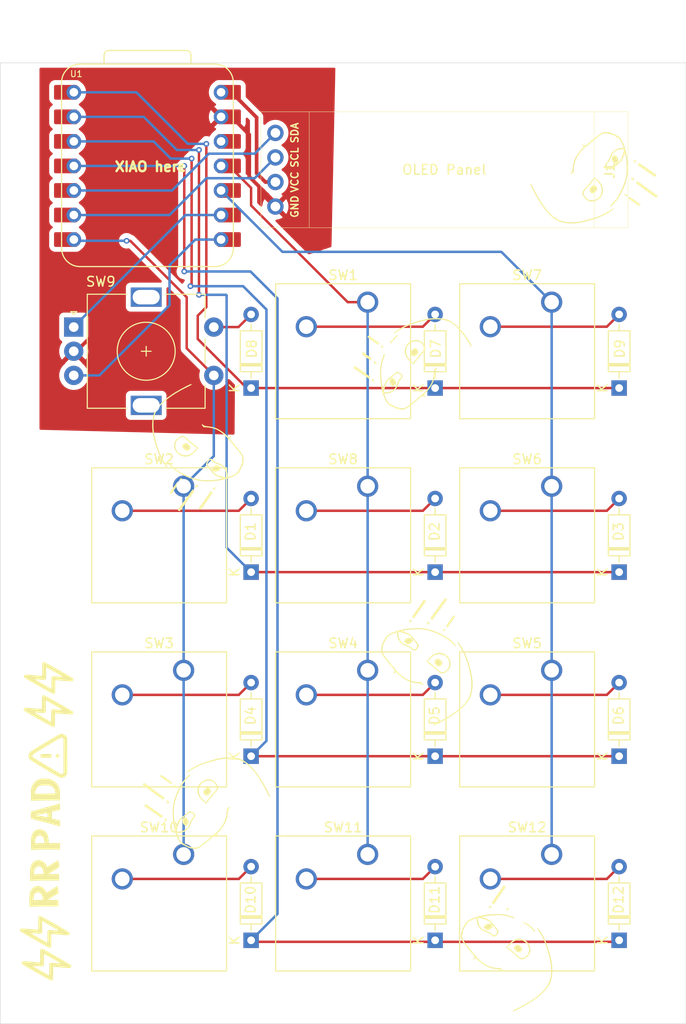
<source format=kicad_pcb>
(kicad_pcb (version 20240108) (generator "pcbnew") (generator_version "8.0")
  (layers (0 "F.Cu" signal) (31 "B.Cu" signal) (34 "B.Paste" user) (35 "F.Paste" user) (36 "B.SilkS" user "B.Silkscreen") (37 "F.SilkS" user "F.Silkscreen") (38 "B.Mask" user) (39 "F.Mask" user) (44 "Edge.Cuts" user))
  (net 0 "")
  (net 1 "Net-(D1-A)")
  (net 2 "R1")
  (net 3 "Net-(D2-A)")
  (net 4 "Net-(D3-A)")
  (net 5 "Net-(D4-A)")
  (net 6 "R2")
  (net 7 "Net-(D5-A)")
  (net 8 "Net-(D6-A)")
  (net 9 "Net-(D7-A)")
  (net 10 "R0")
  (net 11 "SWA")
  (net 12 "Net-(D9-A)")
  (net 13 "R3")
  (net 14 "Net-(D10-A)")
  (net 15 "Net-(D11-A)")
  (net 16 "Net-(D12-A)")
  (net 17 "SCL")
  (net 18 "GND")
  (net 19 "SDA")
  (net 20 "C1")
  (net 21 "C0")
  (net 22 "C2")
  (net 23 "EC11B")
  (net 24 "EC11A")
  (net 26 "+5V")
  (footprint "LOGO" (layer "F.Cu") (at 184.598163 5.175164 -90)
    (property "Reference" "G***" (hide yes))
    (property "Value" "LOGO" (hide yes))
  )
  (footprint "Button_Switch_Keyboard:SW_Cherry_MX_1.00u_PCB" (layer "F.Cu") (at 143.8275 74.295)
    (property "Reference" "SW3" (at -2.54 -2.794 0) (layer "F.SilkS"))
    (property "Value" "SW_Push")
    (pad "" np_thru_hole circle (at -7.62 5.08) (size 1.7 1.7) (drill 1.7) (layers "*.Cu" "*.Mask"))
    (pad "" np_thru_hole circle (at -2.54 5.08) (size 4 4) (drill 4) (layers "*.Cu" "*.Mask"))
    (pad "" np_thru_hole circle (at 2.54 5.08) (size 1.7 1.7) (drill 1.7) (layers "*.Cu" "*.Mask"))
    (pad "1" thru_hole circle (at 0 0) (size 2.2 2.2) (drill 1.5) (layers "*.Cu" "*.Mask") (net 21 "C0"))
    (pad "2" thru_hole circle (at -6.35 2.54) (size 2.2 2.2) (drill 1.5) (layers "*.Cu" "*.Mask") (net 5 "Net-(D4-A)"))
  )
  (footprint "Rotary_Encoder:RotaryEncoder_Alps_EC11E-Switch_Vertical_H20mm" (layer "F.Cu") (at 132.45 38.775)
    (property "Reference" "SW9" (at 2.8 -4.7 0) (layer "F.SilkS"))
    (property "Value" "RotaryEncoder_Switch")
    (pad "A" thru_hole rect (at 0 0) (size 2 2) (drill 1) (layers "*.Cu" "*.Mask") (net 24 "EC11A"))
    (pad "B" thru_hole circle (at 0 5) (size 2 2) (drill 1) (layers "*.Cu" "*.Mask") (net 23 "EC11B"))
    (pad "C" thru_hole circle (at 0 2.5) (size 2 2) (drill 1) (layers "*.Cu" "*.Mask") (net 18 "GND"))
    (pad "MP" thru_hole rect (at 7.5 -3.1) (size 3.2 2) (drill oval 2.8 1.5) (layers "*.Cu" "*.Mask"))
    (pad "MP" thru_hole rect (at 7.5 8.1) (size 3.2 2) (drill oval 2.8 1.5) (layers "*.Cu" "*.Mask"))
    (pad "S1" thru_hole circle (at 14.5 5) (size 2 2) (drill 1) (layers "*.Cu" "*.Mask") (net 21 "C0"))
    (pad "S2" thru_hole circle (at 14.5 0) (size 2 2) (drill 1) (layers "*.Cu" "*.Mask") (net 11 "SWA"))
  )
  (footprint "Diode_THT:D_DO-35_SOD27_P7.62mm_Horizontal" (layer "F.Cu") (at 188.9125 102.235 90)
    (property "Reference" "D12" (at 4.191 -0.0635 90) (layer "F.SilkS"))
    (property "Value" "D")
    (fp_text user "K" (at 0 -1.7145 90) (layer "F.SilkS"))
    (pad "1" thru_hole rect (at 0 0 90) (size 1.6 1.6) (drill 0.8) (layers "*.Cu" "*.Mask") (net 13 "R3"))
    (pad "2" thru_hole oval (at 7.62 0 90) (size 1.6 1.6) (drill 0.8) (layers "*.Cu" "*.Mask") (net 16 "Net-(D12-A)"))
  )
  (footprint "LOGO" (layer "F.Cu") (at 130.048 85.217 90)
    (property "Reference" "G***" (hide yes))
    (property "Value" "LOGO" (hide yes))
  )
  (footprint "Diode_THT:D_DO-35_SOD27_P7.62mm_Horizontal" (layer "F.Cu") (at 169.8625 64.135 90)
    (property "Reference" "D2" (at 4.191 -0.0635 90) (layer "F.SilkS"))
    (property "Value" "D")
    (fp_text user "K" (at 0 -1.7145 90) (layer "F.SilkS"))
    (pad "1" thru_hole rect (at 0 0 90) (size 1.6 1.6) (drill 0.8) (layers "*.Cu" "*.Mask") (net 2 "R1"))
    (pad "2" thru_hole oval (at 7.62 0 90) (size 1.6 1.6) (drill 0.8) (layers "*.Cu" "*.Mask") (net 3 "Net-(D2-A)"))
  )
  (footprint "Diode_THT:D_DO-35_SOD27_P7.62mm_Horizontal" (layer "F.Cu") (at 169.8625 83.185 90)
    (property "Reference" "D5" (at 4.191 -0.0635 90) (layer "F.SilkS"))
    (property "Value" "D")
    (fp_text user "K" (at 0 -1.7145 90) (layer "F.SilkS"))
    (pad "1" thru_hole rect (at 0 0 90) (size 1.6 1.6) (drill 0.8) (layers "*.Cu" "*.Mask") (net 6 "R2"))
    (pad "2" thru_hole oval (at 7.62 0 90) (size 1.6 1.6) (drill 0.8) (layers "*.Cu" "*.Mask") (net 7 "Net-(D5-A)"))
  )
  (footprint "LOGO" (layer "F.Cu") (at 163.449 49.53 180)
    (property "Reference" "G***" (hide yes))
    (property "Value" "LOGO" (hide yes))
  )
  (footprint "Button_Switch_Keyboard:SW_Cherry_MX_1.00u_PCB" (layer "F.Cu") (at 181.9275 55.245)
    (property "Reference" "SW6" (at -2.54 -2.794 0) (layer "F.SilkS"))
    (property "Value" "SW_Push")
    (pad "" np_thru_hole circle (at -7.62 5.08) (size 1.7 1.7) (drill 1.7) (layers "*.Cu" "*.Mask"))
    (pad "" np_thru_hole circle (at -2.54 5.08) (size 4 4) (drill 4) (layers "*.Cu" "*.Mask"))
    (pad "" np_thru_hole circle (at 2.54 5.08) (size 1.7 1.7) (drill 1.7) (layers "*.Cu" "*.Mask"))
    (pad "1" thru_hole circle (at 0 0) (size 2.2 2.2) (drill 1.5) (layers "*.Cu" "*.Mask") (net 22 "C2"))
    (pad "2" thru_hole circle (at -6.35 2.54) (size 2.2 2.2) (drill 1.5) (layers "*.Cu" "*.Mask") (net 4 "Net-(D3-A)"))
  )
  (footprint "OPL:XIAO-RP2040-DIP" (layer "F.Cu") (at 140.081 22.098)
    (property "Reference" "U1" (at -7.366 -9.525 0) (layer "F.SilkS") (effects (font (size 0.635 0.635) (thickness 0.1016))))
    (property "Value" "XIAO-RP2040-DIP")
    (fp_text user "XIAO here" (at -3.51 0.67 0) (layer "F.SilkS") (effects (font (thickness 0.25) (bold yes)) (justify left bottom)))
    (pad "1" smd roundrect (at -8.455 -7.62 180) (size 2.432 1.524) (layers "F.Cu" "F.Mask") (roundrect_rratio 0.1) (net 10 "R0"))
    (pad "1" thru_hole circle (at -7.62 -7.62 180) (size 1.524 1.524) (drill 0.889) (layers "*.Cu" "*.Mask") (net 10 "R0"))
    (pad "2" smd roundrect (at -8.455 -5.08 180) (size 2.432 1.524) (layers "F.Cu" "F.Mask") (roundrect_rratio 0.1) (net 2 "R1"))
    (pad "2" thru_hole circle (at -7.62 -5.08 180) (size 1.524 1.524) (drill 0.889) (layers "*.Cu" "*.Mask") (net 2 "R1"))
    (pad "3" smd roundrect (at -8.455 -2.54 180) (size 2.432 1.524) (layers "F.Cu" "F.Mask") (roundrect_rratio 0.1) (net 6 "R2"))
    (pad "3" thru_hole circle (at -7.62 -2.54 180) (size 1.524 1.524) (drill 0.889) (layers "*.Cu" "*.Mask") (net 6 "R2"))
    (pad "4" smd roundrect (at -8.455 0 180) (size 2.432 1.524) (layers "F.Cu" "F.Mask") (roundrect_rratio 0.1) (net 13 "R3"))
    (pad "4" thru_hole circle (at -7.62 0 180) (size 1.524 1.524) (drill 0.889) (layers "*.Cu" "*.Mask") (net 13 "R3"))
    (pad "5" smd roundrect (at -8.455 2.54 180) (size 2.432 1.524) (layers "F.Cu" "F.Mask") (roundrect_rratio 0.1) (net 19 "SDA"))
    (pad "5" thru_hole circle (at -7.62 2.54 180) (size 1.524 1.524) (drill 0.889) (layers "*.Cu" "*.Mask") (net 19 "SDA"))
    (pad "6" smd roundrect (at -8.455 5.08 180) (size 2.432 1.524) (layers "F.Cu" "F.Mask") (roundrect_rratio 0.1) (net 17 "SCL"))
    (pad "6" thru_hole circle (at -7.62 5.08 180) (size 1.524 1.524) (drill 0.889) (layers "*.Cu" "*.Mask") (net 17 "SCL"))
    (pad "7" smd roundrect (at -8.455 7.62 180) (size 2.432 1.524) (layers "F.Cu" "F.Mask") (roundrect_rratio 0.1) (net 21 "C0"))
    (pad "7" thru_hole circle (at -7.62 7.62 180) (size 1.524 1.524) (drill 0.889) (layers "*.Cu" "*.Mask") (net 21 "C0"))
    (pad "8" thru_hole circle (at 7.62 7.62) (size 1.524 1.524) (drill 0.889) (layers "*.Cu" "*.Mask") (net 23 "EC11B"))
    (pad "8" smd roundrect (at 8.455 7.62) (size 2.432 1.524) (layers "F.Cu" "F.Mask") (roundrect_rratio 0.1) (net 23 "EC11B"))
    (pad "9" thru_hole circle (at 7.62 5.08) (size 1.524 1.524) (drill 0.889) (layers "*.Cu" "*.Mask") (net 24 "EC11A"))
    (pad "9" smd roundrect (at 8.455 5.08) (size 2.432 1.524) (layers "F.Cu" "F.Mask") (roundrect_rratio 0.1) (net 24 "EC11A"))
    (pad "10" thru_hole circle (at 7.62 2.54) (size 1.524 1.524) (drill 0.889) (layers "*.Cu" "*.Mask") (net 22 "C2"))
    (pad "10" smd roundrect (at 8.455 2.54) (size 2.432 1.524) (layers "F.Cu" "F.Mask") (roundrect_rratio 0.1) (net 22 "C2"))
    (pad "11" thru_hole circle (at 7.62 0) (size 1.524 1.524) (drill 0.889) (layers "*.Cu" "*.Mask") (net 20 "C1"))
    (pad "11" smd roundrect (at 8.455 0) (size 2.432 1.524) (layers "F.Cu" "F.Mask") (roundrect_rratio 0.1) (net 20 "C1"))
    (pad "12" thru_hole circle (at 7.62 -2.54) (size 1.524 1.524) (drill 0.889) (layers "*.Cu" "*.Mask"))
    (pad "12" smd roundrect (at 8.455 -2.54) (size 2.432 1.524) (layers "F.Cu" "F.Mask") (roundrect_rratio 0.1))
    (pad "13" thru_hole circle (at 7.62 -5.08) (size 1.524 1.524) (drill 0.889) (layers "*.Cu" "*.Mask") (net 18 "GND"))
    (pad "13" smd roundrect (at 8.455 -5.08) (size 2.432 1.524) (layers "F.Cu" "F.Mask") (roundrect_rratio 0.1) (net 18 "GND"))
    (pad "14" thru_hole circle (at 7.62 -7.62) (size 1.524 1.524) (drill 0.889) (layers "*.Cu" "*.Mask") (net 26 "+5V"))
    (pad "14" smd roundrect (at 8.455 -7.62) (size 2.432 1.524) (layers "F.Cu" "F.Mask") (roundrect_rratio 0.1) (net 26 "+5V"))
  )
  (footprint "Button_Switch_Keyboard:SW_Cherry_MX_1.00u_PCB" (layer "F.Cu") (at 181.9275 93.345)
    (property "Reference" "SW12" (at -2.54 -2.794 0) (layer "F.SilkS"))
    (property "Value" "SW_Push")
    (pad "" np_thru_hole circle (at -7.62 5.08) (size 1.7 1.7) (drill 1.7) (layers "*.Cu" "*.Mask"))
    (pad "" np_thru_hole circle (at -2.54 5.08) (size 4 4) (drill 4) (layers "*.Cu" "*.Mask"))
    (pad "" np_thru_hole circle (at 2.54 5.08) (size 1.7 1.7) (drill 1.7) (layers "*.Cu" "*.Mask"))
    (pad "1" thru_hole circle (at 0 0) (size 2.2 2.2) (drill 1.5) (layers "*.Cu" "*.Mask") (net 22 "C2"))
    (pad "2" thru_hole circle (at -6.35 2.54) (size 2.2 2.2) (drill 1.5) (layers "*.Cu" "*.Mask") (net 16 "Net-(D12-A)"))
  )
  (footprint "Diode_THT:D_DO-35_SOD27_P7.62mm_Horizontal" (layer "F.Cu") (at 150.8125 83.185 90)
    (property "Reference" "D4" (at 4.191 -0.0635 90) (layer "F.SilkS"))
    (property "Value" "D")
    (fp_text user "K" (at 0 -1.7145 90) (layer "F.SilkS"))
    (pad "1" thru_hole rect (at 0 0 90) (size 1.6 1.6) (drill 0.8) (layers "*.Cu" "*.Mask") (net 6 "R2"))
    (pad "2" thru_hole oval (at 7.62 0 90) (size 1.6 1.6) (drill 0.8) (layers "*.Cu" "*.Mask") (net 5 "Net-(D4-A)"))
  )
  (footprint "Button_Switch_Keyboard:SW_Cherry_MX_1.00u_PCB" (layer "F.Cu") (at 181.9275 74.295)
    (property "Reference" "SW5" (at -2.54 -2.794 0) (layer "F.SilkS"))
    (property "Value" "SW_Push")
    (pad "" np_thru_hole circle (at -7.62 5.08) (size 1.7 1.7) (drill 1.7) (layers "*.Cu" "*.Mask"))
    (pad "" np_thru_hole circle (at -2.54 5.08) (size 4 4) (drill 4) (layers "*.Cu" "*.Mask"))
    (pad "" np_thru_hole circle (at 2.54 5.08) (size 1.7 1.7) (drill 1.7) (layers "*.Cu" "*.Mask"))
    (pad "1" thru_hole circle (at 0 0) (size 2.2 2.2) (drill 1.5) (layers "*.Cu" "*.Mask") (net 22 "C2"))
    (pad "2" thru_hole circle (at -6.35 2.54) (size 2.2 2.2) (drill 1.5) (layers "*.Cu" "*.Mask") (net 8 "Net-(D6-A)"))
  )
  (footprint "LOGO" (layer "F.Cu") (at 150.863164 75.134837)
    (property "Reference" "G***" (hide yes))
    (property "Value" "LOGO" (hide yes))
  )
  (footprint "Button_Switch_Keyboard:SW_Cherry_MX_1.00u_PCB" (layer "F.Cu") (at 162.8775 93.345)
    (property "Reference" "SW11" (at -2.54 -2.794 0) (layer "F.SilkS"))
    (property "Value" "SW_Push")
    (pad "" np_thru_hole circle (at -7.62 5.08) (size 1.7 1.7) (drill 1.7) (layers "*.Cu" "*.Mask"))
    (pad "" np_thru_hole circle (at -2.54 5.08) (size 4 4) (drill 4) (layers "*.Cu" "*.Mask"))
    (pad "" np_thru_hole circle (at 2.54 5.08) (size 1.7 1.7) (drill 1.7) (layers "*.Cu" "*.Mask"))
    (pad "1" thru_hole circle (at 0 0) (size 2.2 2.2) (drill 1.5) (layers "*.Cu" "*.Mask") (net 20 "C1"))
    (pad "2" thru_hole circle (at -6.35 2.54) (size 2.2 2.2) (drill 1.5) (layers "*.Cu" "*.Mask") (net 15 "Net-(D11-A)"))
  )
  (footprint "Diode_THT:D_DO-35_SOD27_P7.62mm_Horizontal" (layer "F.Cu") (at 150.8125 45.085 90)
    (property "Reference" "D8" (at 4.064 0.0635 90) (layer "F.SilkS"))
    (property "Value" "D")
    (fp_text user "K" (at 0 -1.7145 90) (layer "F.SilkS"))
    (pad "1" thru_hole rect (at 0 0 90) (size 1.6 1.6) (drill 0.8) (layers "*.Cu" "*.Mask") (net 10 "R0"))
    (pad "2" thru_hole oval (at 7.62 0 90) (size 1.6 1.6) (drill 0.8) (layers "*.Cu" "*.Mask") (net 11 "SWA"))
  )
  (footprint "Diode_THT:D_DO-35_SOD27_P7.62mm_Horizontal" (layer "F.Cu") (at 188.9125 45.085 90)
    (property "Reference" "D9" (at 4.064 0.0635 90) (layer "F.SilkS"))
    (property "Value" "D")
    (fp_text user "K" (at 0 -1.7145 90) (layer "F.SilkS"))
    (pad "1" thru_hole rect (at 0 0 90) (size 1.6 1.6) (drill 0.8) (layers "*.Cu" "*.Mask") (net 10 "R0"))
    (pad "2" thru_hole oval (at 7.62 0 90) (size 1.6 1.6) (drill 0.8) (layers "*.Cu" "*.Mask") (net 12 "Net-(D9-A)"))
  )
  (footprint "Diode_THT:D_DO-35_SOD27_P7.62mm_Horizontal" (layer "F.Cu") (at 150.8125 64.135 90)
    (property "Reference" "D1" (at 4.191 -0.0635 90) (layer "F.SilkS"))
    (property "Value" "D")
    (fp_text user "K" (at 0 -1.7145 90) (layer "F.SilkS"))
    (pad "1" thru_hole rect (at 0 0 90) (size 1.6 1.6) (drill 0.8) (layers "*.Cu" "*.Mask") (net 2 "R1"))
    (pad "2" thru_hole oval (at 7.62 0 90) (size 1.6 1.6) (drill 0.8) (layers "*.Cu" "*.Mask") (net 1 "Net-(D1-A)"))
  )
  (footprint "LOGO" (layer "F.Cu") (at 159.118164 104.725838)
    (property "Reference" "G***" (hide yes))
    (property "Value" "LOGO" (hide yes))
  )
  (footprint "LOGO" (layer "F.Cu") (at 147.905838 106.184836 90)
    (property "Reference" "G***" (hide yes))
    (property "Value" "LOGO" (hide yes))
  )
  (footprint "Diode_THT:D_DO-35_SOD27_P7.62mm_Horizontal" (layer "F.Cu") (at 188.9125 83.185 90)
    (property "Reference" "D6" (at 4.191 -0.0635 90) (layer "F.SilkS"))
    (property "Value" "D")
    (fp_text user "K" (at 0 -1.7145 90) (layer "F.SilkS"))
    (pad "1" thru_hole rect (at 0 0 90) (size 1.6 1.6) (drill 0.8) (layers "*.Cu" "*.Mask") (net 6 "R2"))
    (pad "2" thru_hole oval (at 7.62 0 90) (size 1.6 1.6) (drill 0.8) (layers "*.Cu" "*.Mask") (net 8 "Net-(D6-A)"))
  )
  (footprint "Button_Switch_Keyboard:SW_Cherry_MX_1.00u_PCB" (layer "F.Cu") (at 162.8775 36.195)
    (property "Reference" "SW1" (at -2.54 -2.794 0) (layer "F.SilkS"))
    (property "Value" "SW_Push")
    (pad "" np_thru_hole circle (at -7.62 5.08) (size 1.7 1.7) (drill 1.7) (layers "*.Cu" "*.Mask"))
    (pad "" np_thru_hole circle (at -2.54 5.08) (size 4 4) (drill 4) (layers "*.Cu" "*.Mask"))
    (pad "" np_thru_hole circle (at 2.54 5.08) (size 1.7 1.7) (drill 1.7) (layers "*.Cu" "*.Mask"))
    (pad "1" thru_hole circle (at 0 0) (size 2.2 2.2) (drill 1.5) (layers "*.Cu" "*.Mask") (net 20 "C1"))
    (pad "2" thru_hole circle (at -6.35 2.54) (size 2.2 2.2) (drill 1.5) (layers "*.Cu" "*.Mask") (net 9 "Net-(D7-A)"))
  )
  (footprint "Button_Switch_Keyboard:SW_Cherry_MX_1.00u_PCB" (layer "F.Cu") (at 143.8275 55.245)
    (property "Reference" "SW2" (at -2.54 -2.794 0) (layer "F.SilkS"))
    (property "Value" "SW_Push")
    (pad "" np_thru_hole circle (at -7.62 5.08) (size 1.7 1.7) (drill 1.7) (layers "*.Cu" "*.Mask"))
    (pad "" np_thru_hole circle (at -2.54 5.08) (size 4 4) (drill 4) (layers "*.Cu" "*.Mask"))
    (pad "" np_thru_hole circle (at 2.54 5.08) (size 1.7 1.7) (drill 1.7) (layers "*.Cu" "*.Mask"))
    (pad "1" thru_hole circle (at 0 0) (size 2.2 2.2) (drill 1.5) (layers "*.Cu" "*.Mask") (net 21 "C0"))
    (pad "2" thru_hole circle (at -6.35 2.54) (size 2.2 2.2) (drill 1.5) (layers "*.Cu" "*.Mask") (net 1 "Net-(D1-A)"))
  )
  (footprint "Diode_THT:D_DO-35_SOD27_P7.62mm_Horizontal" (layer "F.Cu") (at 188.9125 64.135 90)
    (property "Reference" "D3" (at 4.191 -0.0635 90) (layer "F.SilkS"))
    (property "Value" "D")
    (fp_text user "K" (at 0 -1.7145 90) (layer "F.SilkS"))
    (pad "1" thru_hole rect (at 0 0 90) (size 1.6 1.6) (drill 0.8) (layers "*.Cu" "*.Mask") (net 2 "R1"))
    (pad "2" thru_hole oval (at 7.62 0 90) (size 1.6 1.6) (drill 0.8) (layers "*.Cu" "*.Mask") (net 4 "Net-(D3-A)"))
  )
  (footprint "Button_Switch_Keyboard:SW_Cherry_MX_1.00u_PCB" (layer "F.Cu") (at 181.9275 36.195)
    (property "Reference" "SW7" (at -2.54 -2.794 0) (layer "F.SilkS"))
    (property "Value" "SW_Push")
    (pad "" np_thru_hole circle (at -7.62 5.08) (size 1.7 1.7) (drill 1.7) (layers "*.Cu" "*.Mask"))
    (pad "" np_thru_hole circle (at -2.54 5.08) (size 4 4) (drill 4) (layers "*.Cu" "*.Mask"))
    (pad "" np_thru_hole circle (at 2.54 5.08) (size 1.7 1.7) (drill 1.7) (layers "*.Cu" "*.Mask"))
    (pad "1" thru_hole circle (at 0 0) (size 2.2 2.2) (drill 1.5) (layers "*.Cu" "*.Mask") (net 22 "C2"))
    (pad "2" thru_hole circle (at -6.35 2.54) (size 2.2 2.2) (drill 1.5) (layers "*.Cu" "*.Mask") (net 12 "Net-(D9-A)"))
  )
  (footprint "Diode_THT:D_DO-35_SOD27_P7.62mm_Horizontal" (layer "F.Cu") (at 169.8625 45.085 90)
    (property "Reference" "D7" (at 4.064 0.0635 90) (layer "F.SilkS"))
    (property "Value" "D")
    (fp_text user "K" (at 0 -1.7145 90) (layer "F.SilkS"))
    (pad "1" thru_hole rect (at 0 0 90) (size 1.6 1.6) (drill 0.8) (layers "*.Cu" "*.Mask") (net 10 "R0"))
    (pad "2" thru_hole oval (at 7.62 0 90) (size 1.6 1.6) (drill 0.8) (layers "*.Cu" "*.Mask") (net 9 "Net-(D7-A)"))
  )
  (footprint "Button_Switch_Keyboard:SW_Cherry_MX_1.00u_PCB" (layer "F.Cu") (at 162.8775 74.295)
    (property "Reference" "SW4" (at -2.54 -2.794 0) (layer "F.SilkS"))
    (property "Value" "SW_Push")
    (pad "" np_thru_hole circle (at -7.62 5.08) (size 1.7 1.7) (drill 1.7) (layers "*.Cu" "*.Mask"))
    (pad "" np_thru_hole circle (at -2.54 5.08) (size 4 4) (drill 4) (layers "*.Cu" "*.Mask"))
    (pad "" np_thru_hole circle (at 2.54 5.08) (size 1.7 1.7) (drill 1.7) (layers "*.Cu" "*.Mask"))
    (pad "1" thru_hole circle (at 0 0) (size 2.2 2.2) (drill 1.5) (layers "*.Cu" "*.Mask") (net 20 "C1"))
    (pad "2" thru_hole circle (at -6.35 2.54) (size 2.2 2.2) (drill 1.5) (layers "*.Cu" "*.Mask") (net 7 "Net-(D5-A)"))
  )
  (footprint "Button_Switch_Keyboard:SW_Cherry_MX_1.00u_PCB" (layer "F.Cu") (at 162.8775 55.245)
    (property "Reference" "SW8" (at -2.54 -2.794 0) (layer "F.SilkS"))
    (property "Value" "SW_Push")
    (pad "" np_thru_hole circle (at -7.62 5.08) (size 1.7 1.7) (drill 1.7) (layers "*.Cu" "*.Mask"))
    (pad "" np_thru_hole circle (at -2.54 5.08) (size 4 4) (drill 4) (layers "*.Cu" "*.Mask"))
    (pad "" np_thru_hole circle (at 2.54 5.08) (size 1.7 1.7) (drill 1.7) (layers "*.Cu" "*.Mask"))
    (pad "1" thru_hole circle (at 0 0) (size 2.2 2.2) (drill 1.5) (layers "*.Cu" "*.Mask") (net 20 "C1"))
    (pad "2" thru_hole circle (at -6.35 2.54) (size 2.2 2.2) (drill 1.5) (layers "*.Cu" "*.Mask") (net 3 "Net-(D2-A)"))
  )
  (footprint "Diode_THT:D_DO-35_SOD27_P7.62mm_Horizontal" (layer "F.Cu") (at 150.8125 102.235 90)
    (property "Reference" "D10" (at 4.191 -0.0635 90) (layer "F.SilkS"))
    (property "Value" "D")
    (fp_text user "K" (at 0 -1.7145 90) (layer "F.SilkS"))
    (pad "1" thru_hole rect (at 0 0 90) (size 1.6 1.6) (drill 0.8) (layers "*.Cu" "*.Mask") (net 13 "R3"))
    (pad "2" thru_hole oval (at 7.62 0 90) (size 1.6 1.6) (drill 0.8) (layers "*.Cu" "*.Mask") (net 14 "Net-(D10-A)"))
  )
  (footprint "Button_Switch_Keyboard:SW_Cherry_MX_1.00u_PCB" (layer "F.Cu") (at 143.8275 93.345)
    (property "Reference" "SW10" (at -2.54 -2.794 0) (layer "F.SilkS"))
    (property "Value" "SW_Push")
    (pad "" np_thru_hole circle (at -7.62 5.08) (size 1.7 1.7) (drill 1.7) (layers "*.Cu" "*.Mask"))
    (pad "" np_thru_hole circle (at -2.54 5.08) (size 4 4) (drill 4) (layers "*.Cu" "*.Mask"))
    (pad "" np_thru_hole circle (at 2.54 5.08) (size 1.7 1.7) (drill 1.7) (layers "*.Cu" "*.Mask"))
    (pad "1" thru_hole circle (at 0 0) (size 2.2 2.2) (drill 1.5) (layers "*.Cu" "*.Mask") (net 21 "C0"))
    (pad "2" thru_hole circle (at -6.35 2.54) (size 2.2 2.2) (drill 1.5) (layers "*.Cu" "*.Mask") (net 14 "Net-(D10-A)"))
  )
  (footprint "LOGO" (layer "F.Cu") (at 169.368838 60.718837 90)
    (property "Reference" "G***" (hide yes))
    (property "Value" "LOGO" (hide yes))
  )
  (footprint ".91 inch oled:0.91-OLED-4pin-128x32" (layer "F.Cu") (at 189.827 28.491 180)
    (property "Reference" "J1" (at 1.9 5.91 90) (layer "F.SilkS"))
    (property "Value" "OLED_DISPLAY")
    (fp_text user "OLED Panel" (at 19 6 0) (layer "F.SilkS"))
    (fp_text user "SDA" (at 34.5 9.81 90) (layer "F.SilkS") (effects (font (size 0.75 0.75))))
    (fp_text user "SCL" (at 34.5 7.27 90) (layer "F.SilkS") (effects (font (size 0.75 0.75))))
    (fp_text user "VCC" (at 34.5 4.73 90) (layer "F.SilkS") (effects (font (size 0.75 0.75))))
    (fp_text user "GND" (at 34.5 2.19 90) (layer "F.SilkS") (effects (font (size 0.75 0.75))))
    (pad "1" thru_hole circle (at 36.5 2.19 180) (size 1.7 1.7) (drill 1) (layers "*.Cu" "*.Mask") (net 18 "GND"))
    (pad "2" thru_hole oval (at 36.5 4.73 180) (size 1.7 1.7) (drill 1) (layers "*.Cu" "*.Mask") (net 26 "+5V"))
    (pad "3" thru_hole oval (at 36.5 7.27 180) (size 1.7 1.7) (drill 1) (layers "*.Cu" "*.Mask") (net 17 "SCL"))
    (pad "4" thru_hole oval (at 36.5 9.81 180) (size 1.7 1.7) (drill 1) (layers "*.Cu" "*.Mask") (net 19 "SDA"))
  )
  (footprint "Diode_THT:D_DO-35_SOD27_P7.62mm_Horizontal" (layer "F.Cu") (at 169.8625 102.235 90)
    (property "Reference" "D11" (at 4.191 -0.0635 90) (layer "F.SilkS"))
    (property "Value" "D")
    (fp_text user "K" (at 0 -1.7145 90) (layer "F.SilkS"))
    (pad "1" thru_hole rect (at 0 0 90) (size 1.6 1.6) (drill 0.8) (layers "*.Cu" "*.Mask") (net 13 "R3"))
    (pad "2" thru_hole oval (at 7.62 0 90) (size 1.6 1.6) (drill 0.8) (layers "*.Cu" "*.Mask") (net 15 "Net-(D11-A)"))
  )
  (gr_line (start 195.834 110.871) (end 124.841 110.871) (stroke (width 0.05)) (layer "Edge.Cuts"))
  (gr_line (start 124.841 11.43) (end 195.834 11.43) (stroke (width 0.05)) (layer "Edge.Cuts"))
  (gr_line (start 195.834 11.43) (end 195.834 110.871) (stroke (width 0.05)) (layer "Edge.Cuts"))
  (gr_line (start 124.841 110.871) (end 124.841 11.43) (stroke (width 0.05)) (layer "Edge.Cuts"))
  (segment (start 149.5425 57.785) (end 150.8125 56.515) (width 0.254) (layer "F.Cu") (net 1))
  (segment (start 137.4775 57.785) (end 149.5425 57.785) (width 0.254) (layer "F.Cu") (net 1))
  (segment (start 145.415 20.439) (end 145.415 35.433) (width 0.254) (layer "F.Cu") (net 2))
  (segment (start 188.9125 64.135) (end 150.8125 64.135) (width 0.254) (layer "F.Cu") (net 2))
  (via (at 145.415 35.433) (size 0.6) (drill 0.3) (layers "F.Cu" "B.Cu") (net 2))
  (via (at 145.415 20.439) (size 0.6) (drill 0.3) (layers "F.Cu" "B.Cu") (net 2))
  (segment (start 143.129 20.447) (end 139.7 17.018) (width 0.254) (layer "B.Cu") (net 2))
  (segment (start 145.407 20.447) (end 143.129 20.447) (width 0.254) (layer "B.Cu") (net 2))
  (segment (start 145.415 20.439) (end 145.407 20.447) (width 0.254) (layer "B.Cu") (net 2))
  (segment (start 139.7 17.018) (end 132.461 17.018) (width 0.254) (layer "B.Cu") (net 2))
  (segment (start 148.277 35.501) (end 148.277 61.5995) (width 0.254) (layer "B.Cu") (net 2))
  (segment (start 148.277 61.5995) (end 150.8125 64.135) (width 0.254) (layer "B.Cu") (net 2))
  (segment (start 145.415 35.433) (end 148.209 35.433) (width 0.254) (layer "B.Cu") (net 2))
  (segment (start 148.209 35.433) (end 148.277 35.501) (width 0.254) (layer "B.Cu") (net 2))
  (segment (start 156.5275 57.785) (end 168.5925 57.785) (width 0.254) (layer "F.Cu") (net 3))
  (segment (start 168.5925 57.785) (end 169.8625 56.515) (width 0.254) (layer "F.Cu") (net 3))
  (segment (start 175.5775 57.785) (end 187.6425 57.785) (width 0.254) (layer "F.Cu") (net 4))
  (segment (start 187.6425 57.785) (end 188.9125 56.515) (width 0.254) (layer "F.Cu") (net 4))
  (segment (start 137.4775 76.835) (end 149.5425 76.835) (width 0.254) (layer "F.Cu") (net 5))
  (segment (start 149.5425 76.835) (end 150.8125 75.565) (width 0.254) (layer "F.Cu") (net 5))
  (segment (start 150.8125 83.185) (end 188.9125 83.185) (width 0.254) (layer "F.Cu") (net 6))
  (segment (start 144.653 21.336) (end 144.653 34.417) (width 0.254) (layer "F.Cu") (net 6))
  (segment (start 144.653 34.417) (end 144.526 34.544) (width 0.254) (layer "F.Cu") (net 6))
  (via (at 144.653 21.336) (size 0.6) (drill 0.3) (layers "F.Cu" "B.Cu") (net 6))
  (via (at 144.526 34.544) (size 0.6) (drill 0.3) (layers "F.Cu" "B.Cu") (net 6))
  (segment (start 152.4 81.5975) (end 150.8125 83.185) (width 0.254) (layer "B.Cu") (net 6))
  (segment (start 152.4 36.957) (end 152.4 81.5975) (width 0.254) (layer "B.Cu") (net 6))
  (segment (start 140.716 19.558) (end 132.461 19.558) (width 0.254) (layer "B.Cu") (net 6))
  (segment (start 144.526 34.544) (end 149.987 34.544) (width 0.254) (layer "B.Cu") (net 6))
  (segment (start 142.494 21.336) (end 140.716 19.558) (width 0.254) (layer "B.Cu") (net 6))
  (segment (start 149.987 34.544) (end 152.4 36.957) (width 0.254) (layer "B.Cu") (net 6))
  (segment (start 144.653 21.336) (end 142.494 21.336) (width 0.254) (layer "B.Cu") (net 6))
  (segment (start 168.5925 76.835) (end 169.8625 75.565) (width 0.254) (layer "F.Cu") (net 7))
  (segment (start 156.5275 76.835) (end 168.5925 76.835) (width 0.254) (layer "F.Cu") (net 7))
  (segment (start 187.6425 76.835) (end 188.9125 75.565) (width 0.254) (layer "F.Cu") (net 8))
  (segment (start 175.5775 76.835) (end 187.6425 76.835) (width 0.254) (layer "F.Cu") (net 8))
  (segment (start 156.5275 38.735) (end 168.5925 38.735) (width 0.254) (layer "F.Cu") (net 9))
  (segment (start 168.5925 38.735) (end 169.8625 37.465) (width 0.254) (layer "F.Cu") (net 9))
  (segment (start 150.368 45.085) (end 150.8125 45.085) (width 0.254) (layer "F.Cu") (net 10))
  (segment (start 145.288 37.592) (end 145.288 40.005) (width 0.254) (layer "F.Cu") (net 10))
  (segment (start 150.8125 45.085) (end 188.9125 45.085) (width 0.254) (layer "F.Cu") (net 10))
  (segment (start 146.177 36.703) (end 145.288 37.592) (width 0.254) (layer "F.Cu") (net 10))
  (segment (start 145.288 40.005) (end 150.368 45.085) (width 0.254) (layer "F.Cu") (net 10))
  (segment (start 146.177 19.812) (end 146.177 36.703) (width 0.254) (layer "F.Cu") (net 10))
  (via (at 146.177 19.812) (size 0.6) (drill 0.3) (layers "F.Cu" "B.Cu") (net 10))
  (segment (start 138.938 14.478) (end 132.461 14.478) (width 0.254) (layer "B.Cu") (net 10))
  (segment (start 144.272 19.812) (end 138.938 14.478) (width 0.254) (layer "B.Cu") (net 10))
  (segment (start 146.177 19.812) (end 144.272 19.812) (width 0.254) (layer "B.Cu") (net 10))
  (segment (start 146.95 38.775) (end 149.5025 38.775) (width 0.254) (layer "F.Cu") (net 11))
  (segment (start 149.5025 38.775) (end 150.8125 37.465) (width 0.254) (layer "F.Cu") (net 11))
  (segment (start 175.5775 38.735) (end 187.6425 38.735) (width 0.254) (layer "F.Cu") (net 12))
  (segment (start 187.6425 38.735) (end 188.9125 37.465) (width 0.254) (layer "F.Cu") (net 12))
  (segment (start 150.8125 102.39375) (end 188.75375 102.39375) (width 0.254) (layer "F.Cu") (net 13))
  (segment (start 143.891 22.098) (end 143.891 33.02) (width 0.254) (layer "F.Cu") (net 13))
  (via (at 143.891 22.098) (size 0.6) (drill 0.3) (layers "F.Cu" "B.Cu") (net 13))
  (via (at 143.891 33.02) (size 0.6) (drill 0.3) (layers "F.Cu" "B.Cu") (net 13))
  (segment (start 153.543 35.814) (end 153.543 99.5045) (width 0.254) (layer "B.Cu") (net 13))
  (segment (start 150.749 33.02) (end 153.543 35.814) (width 0.254) (layer "B.Cu") (net 13))
  (segment (start 153.543 99.5045) (end 150.8125 102.235) (width 0.254) (layer "B.Cu") (net 13))
  (segment (start 143.891 22.098) (end 132.461 22.098) (width 0.254) (layer "B.Cu") (net 13))
  (segment (start 143.891 33.02) (end 150.749 33.02) (width 0.254) (layer "B.Cu") (net 13))
  (segment (start 137.4775 95.885) (end 149.5425 95.885) (width 0.254) (layer "F.Cu") (net 14))
  (segment (start 149.5425 95.885) (end 150.8125 94.615) (width 0.254) (layer "F.Cu") (net 14))
  (segment (start 168.5925 95.885) (end 169.8625 94.615) (width 0.254) (layer "F.Cu") (net 15))
  (segment (start 156.5275 95.885) (end 168.5925 95.885) (width 0.254) (layer "F.Cu") (net 15))
  (segment (start 175.5775 95.885) (end 187.6425 95.885) (width 0.254) (layer "F.Cu") (net 16))
  (segment (start 187.6425 95.885) (end 188.9125 94.615) (width 0.254) (layer "F.Cu") (net 16))
  (segment (start 142.367 27.178) (end 132.461 27.178) (width 0.254) (layer "B.Cu") (net 17))
  (segment (start 146.177 23.368) (end 142.367 27.178) (width 0.254) (layer "B.Cu") (net 17))
  (segment (start 153.327 21.221) (end 151.18 23.368) (width 0.254) (layer "B.Cu") (net 17))
  (segment (start 151.18 23.368) (end 146.177 23.368) (width 0.254) (layer "B.Cu") (net 17))
  (segment (start 148.77863 17.018) (end 150.622 18.86137) (width 0.381) (layer "F.Cu") (net 18))
  (segment (start 132.731 41.275) (end 136.144 37.862) (width 0.381) (layer "F.Cu") (net 18))
  (segment (start 153.327 25.917125) (end 153.327 26.301) (width 0.381) (layer "F.Cu") (net 18))
  (segment (start 150.622 18.86137) (end 150.622 23.212125) (width 0.381) (layer "F.Cu") (net 18))
  (segment (start 150.622 23.212125) (end 153.327 25.917125) (width 0.381) (layer "F.Cu") (net 18))
  (segment (start 136.144 37.862) (end 136.144 28.575) (width 0.381) (layer "F.Cu") (net 18))
  (segment (start 132.45 41.275) (end 132.731 41.275) (width 0.381) (layer "F.Cu") (net 18))
  (segment (start 147.701 17.018) (end 148.77863 17.018) (width 0.381) (layer "F.Cu") (net 18))
  (segment (start 136.144 28.575) (end 147.701 17.018) (width 0.381) (layer "F.Cu") (net 18))
  (segment (start 146.431 20.828) (end 142.621 24.638) (width 0.254) (layer "B.Cu") (net 19))
  (segment (start 142.621 24.638) (end 132.461 24.638) (width 0.254) (layer "B.Cu") (net 19))
  (segment (start 153.327 18.681) (end 151.18 20.828) (width 0.254) (layer "B.Cu") (net 19))
  (segment (start 151.18 20.828) (end 146.431 20.828) (width 0.254) (layer "B.Cu") (net 19))
  (segment (start 150.8125 26.19375) (end 150.8125 24.3745) (width 0.254) (layer "F.Cu") (net 20))
  (segment (start 160.81375 36.195) (end 150.8125 26.19375) (width 0.254) (layer "F.Cu") (net 20))
  (segment (start 162.8775 36.195) (end 160.81375 36.195) (width 0.254) (layer "F.Cu") (net 20))
  (segment (start 150.8125 24.3745) (end 148.536 22.098) (width 0.254) (layer "F.Cu") (net 20))
  (segment (start 162.8775 36.195) (end 162.8775 93.345) (width 0.254) (layer "B.Cu") (net 20))
  (segment (start 144.145 40.97) (end 144.145 35.687) (width 0.254) (layer "F.Cu") (net 21))
  (segment (start 146.95 43.775) (end 144.145 40.97) (width 0.254) (layer "F.Cu") (net 21))
  (segment (start 138.303 29.845) (end 137.922 29.845) (width 0.254) (layer "F.Cu") (net 21))
  (segment (start 144.145 35.687) (end 138.303 29.845) (width 0.254) (layer "F.Cu") (net 21))
  (via (at 137.922 29.845) (size 0.6) (drill 0.3) (layers "F.Cu" "B.Cu") (net 21))
  (segment (start 137.922 29.845) (end 132.588 29.845) (width 0.254) (layer "B.Cu") (net 21))
  (segment (start 143.8275 55.245) (end 143.8275 93.345) (width 0.254) (layer "B.Cu") (net 21))
  (segment (start 132.588 29.845) (end 132.461 29.718) (width 0.254) (layer "B.Cu") (net 21))
  (segment (start 146.95 52.1225) (end 143.8275 55.245) (width 0.254) (layer "B.Cu") (net 21))
  (segment (start 146.95 43.775) (end 146.95 52.1225) (width 0.254) (layer "B.Cu") (net 21))
  (segment (start 181.9275 36.195) (end 176.7205 30.988) (width 0.254) (layer "B.Cu") (net 22))
  (segment (start 176.7205 30.988) (end 154.051 30.988) (width 0.254) (layer "B.Cu") (net 22))
  (segment (start 154.051 30.988) (end 147.701 24.638) (width 0.254) (layer "B.Cu") (net 22))
  (segment (start 181.9275 36.195) (end 181.9275 93.345) (width 0.254) (layer "B.Cu") (net 22))
  (segment (start 132.45 43.775) (end 135.104 43.775) (width 0.254) (layer "B.Cu") (net 23))
  (segment (start 135.104 43.775) (end 142.367 36.512) (width 0.254) (layer "B.Cu") (net 23))
  (segment (start 142.367 32.385) (end 145.034 29.718) (width 0.254) (layer "B.Cu") (net 23))
  (segment (start 142.367 36.512) (end 142.367 32.385) (width 0.254) (layer "B.Cu") (net 23))
  (segment (start 145.034 29.718) (end 147.701 29.718) (width 0.254) (layer "B.Cu") (net 23))
  (segment (start 132.45 38.775) (end 132.45 38.746) (width 0.254) (layer "B.Cu") (net 24))
  (segment (start 144.018 27.178) (end 147.701 27.178) (width 0.254) (layer "B.Cu") (net 24))
  (segment (start 132.45 38.746) (end 144.018 27.178) (width 0.254) (layer "B.Cu") (net 24))
  (segment (start 151.384 17.08337) (end 151.384 22.86) (width 0.381) (layer "F.Cu") (net 26))
  (segment (start 151.384 22.86) (end 152.285 23.761) (width 0.381) (layer "F.Cu") (net 26))
  (segment (start 152.285 23.761) (end 153.327 23.761) (width 0.381) (layer "F.Cu") (net 26))
  (segment (start 148.77863 14.478) (end 151.384 17.08337) (width 0.381) (layer "F.Cu") (net 26))
  (segment (start 147.701 14.478) (end 148.77863 14.478) (width 0.381) (layer "F.Cu") (net 26))
  (zone (net 18) (net_name "GND") (layer "F.Cu") (connect_pads (clearance 0.5)) (min_thickness 0.25) (fill yes (thermal_gap 0.5) (thermal_bridge_width 0.5))
    (polygon (pts (xy 128.905 6.985) (xy 128.905 49.403) (xy 149.098 49.911) (xy 149.225 33.782) (xy 159.131 30.48) (xy 159.639 7.366)))
  )
)
</source>
